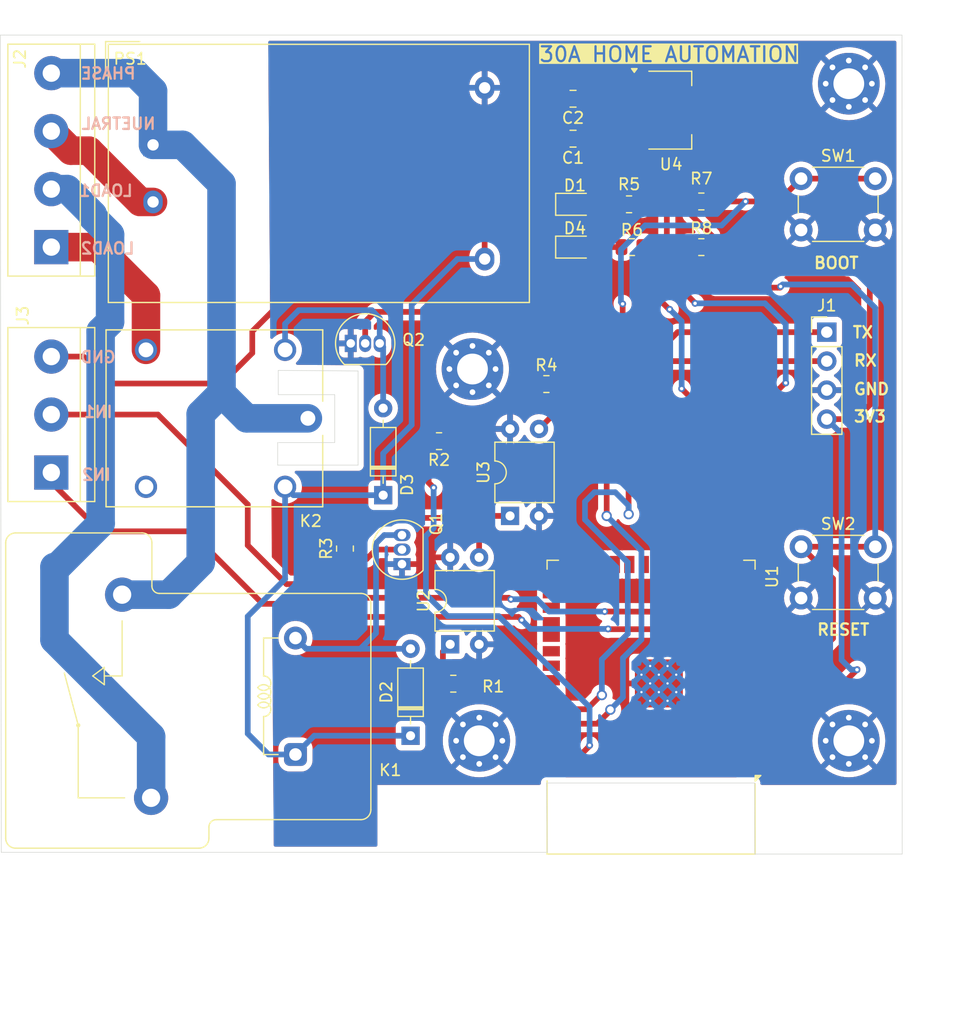
<source format=kicad_pcb>
(kicad_pcb (version 20241229) (generator "pcbnew") (generator_version "9.0")
  (layers (0 "F.Cu" signal) (2 "B.Cu" signal) (13 "F.Paste" user) (15 "B.Paste" user) (5 "F.SilkS" user "F.Silkscreen") (7 "B.SilkS" user "B.Silkscreen") (1 "F.Mask" user) (3 "B.Mask" user) (25 "Edge.Cuts" user))
  (net 0 "")
  (net 1 "GND")
  (net 2 "/5V")
  (net 3 "/3V3")
  (net 4 "Net-(D1-A)")
  (net 5 "Net-(D2-A)")
  (net 6 "Net-(D3-A)")
  (net 7 "Net-(D4-A)")
  (net 8 "/TXD")
  (net 9 "/RXD")
  (net 10 "/N")
  (net 11 "/L2")
  (net 12 "/L1")
  (net 13 "/P")
  (net 14 "/IN2")
  (net 15 "/IN1")
  (net 17 "Net-(Q1-B)")
  (net 18 "Net-(Q2-B)")
  (net 19 "/R1")
  (net 20 "Net-(R1-Pad1)")
  (net 21 "Net-(R2-Pad1)")
  (net 22 "/R2")
  (net 23 "Net-(R3-Pad2)")
  (net 24 "Net-(R4-Pad2)")
  (net 25 "/LED1")
  (net 26 "/LED2")
  (net 27 "/BOOT")
  (net 28 "/EN")
  (footprint "Resistor_SMD:R_0805_2012Metric" (layer "F.Cu") (at 159.6875 83.75625)
    (property "Reference" "R8")
    (property "Value" "10K")
  )
  (footprint "Resistor_SMD:R_0805_2012Metric" (layer "F.Cu") (at 153.35 80.00625 180)
    (property "Reference" "R5")
    (property "Value" "1K")
  )
  (footprint "RF_Module:ESP32-WROOM-32" (layer "F.Cu") (at 155.2825 121.07125 180)
    (property "Reference" "U1")
    (property "Value" "ESP32-WROOM-32")
  )
  (footprint "PR13-5V-450-1C:RELAY_PR13-5V-450-1C" (layer "F.Cu") (at 116.9875 98.75625 180)
    (property "Reference" "K2")
    (property "Value" "PR13-5V-450-1C")
  )
  (footprint "LED_SMD:LED_0805_2012Metric" (layer "F.Cu") (at 148.6 80.00625)
    (property "Reference" "D1")
    (property "Value" "LED")
  )
  (footprint "Connector_PinHeader_2.54mm:PinHeader_1x04_P2.54mm_Vertical" (layer "F.Cu") (at 170.6875 91.20625)
    (property "Reference" "J1")
    (property "Value" "Conn_01x04_Pin")
  )
  (footprint "Resistor_SMD:R_0805_2012Metric" (layer "F.Cu") (at 137.9375 122.00625)
    (property "Reference" "R1")
    (property "Value" "1K")
  )
  (footprint "Resistor_SMD:R_0805_2012Metric" (layer "F.Cu") (at 128.4375 110.16875 90)
    (property "Reference" "R3")
    (property "Value" "1K")
  )
  (footprint "Diode_THT:D_DO-35_SOD27_P7.62mm_Horizontal" (layer "F.Cu") (at 131.7875 105.49125 90)
    (property "Reference" "D3")
    (property "Value" "1N4148")
  )
  (footprint "Package_TO_SOT_THT:TO-92_Inline" (layer "F.Cu") (at 133.4375 111.52625 90)
    (property "Reference" "Q1")
    (property "Value" "S8050")
  )
  (footprint "Relay_THT:Relay_SPST_RAYEX-L90AS" (layer "F.Cu") (at 126.6375 123.10625 180)
    (property "Reference" "K1")
    (property "Value" "RAYEX-L90AS")
  )
  (footprint "Capacitor_SMD:C_0805_2012Metric" (layer "F.Cu") (at 148.4375 74.25625 180)
    (property "Reference" "C1")
    (property "Value" "10uF")
  )
  (footprint "Diode_THT:D_DO-35_SOD27_P7.62mm_Horizontal" (layer "F.Cu") (at 134.1875 126.56625 90)
    (property "Reference" "D2")
    (property "Value" "1N4148")
  )
  (footprint "Resistor_SMD:R_0805_2012Metric" (layer "F.Cu") (at 153.6 83.75625 180)
    (property "Reference" "R6")
    (property "Value" "1K")
  )
  (footprint "Converter_ACDC:Converter_ACDC_Hi-Link_HLK-PMxx" (layer "F.Cu") (at 111.6075 74.79875)
    (property "Reference" "PS1")
    (property "Value" "HLK-PM01")
  )
  (footprint "MountingHole:MountingHole_2.7mm_M2.5_Pad_Via" (layer "F.Cu") (at 139.619391 94.438141)
    (property "Reference" "H3" (hide yes))
    (property "Value" "MountingHole_Pad")
  )
  (footprint "Capacitor_SMD:C_0805_2012Metric" (layer "F.Cu") (at 148.4375 70.75625 180)
    (property "Reference" "C2")
    (property "Value" "22uF")
  )
  (footprint "LED_SMD:LED_0805_2012Metric" (layer "F.Cu") (at 148.6 83.75625)
    (property "Reference" "D4")
    (property "Value" "LED")
  )
  (footprint "Package_TO_SOT_THT:TO-92_Inline" (layer "F.Cu") (at 128.9425 92.19125)
    (property "Reference" "Q2")
    (property "Value" "S8050")
  )
  (footprint "Resistor_SMD:R_0805_2012Metric" (layer "F.Cu") (at 136.6875 100.75625 180)
    (property "Reference" "R2")
    (property "Value" "1K")
  )
  (footprint "Package_TO_SOT_SMD:SOT-223-3_TabPin2" (layer "F.Cu") (at 156.9375 71.75625)
    (property "Reference" "U4")
    (property "Value" "AMS1117-3.3")
  )
  (footprint "Package_DIP:DIP-4_W7.62mm" (layer "F.Cu") (at 137.6625 118.55625 90)
    (property "Reference" "U2")
    (property "Value" "PC817")
  )
  (footprint "TerminalBlock:TerminalBlock_bornier-4_P5.08mm" (layer "F.Cu") (at 102.6875 83.75625 90)
    (property "Reference" "J2")
    (property "Value" "Screw_Terminal_01x04")
  )
  (footprint "MountingHole:MountingHole_2.7mm_M2.5_Pad_Via" (layer "F.Cu") (at 140.2125 127.00625)
    (property "Reference" "H4" (hide yes))
    (property "Value" "MountingHole_Pad")
  )
  (footprint "Button_Switch_THT:SW_PUSH_6mm" (layer "F.Cu") (at 168.4375 110.00625)
    (property "Reference" "SW2")
    (property "Value" "SW_Push")
  )
  (footprint "Resistor_SMD:R_0805_2012Metric" (layer "F.Cu") (at 146.1 95.75625)
    (property "Reference" "R4")
    (property "Value" "1K")
  )
  (footprint "TerminalBlock:TerminalBlock_bornier-3_P5.08mm" (layer "F.Cu") (at 102.6875 103.50625 90)
    (property "Reference" "J3")
    (property "Value" "Screw_Terminal_01x03")
  )
  (footprint "MountingHole:MountingHole_2.7mm_M2.5_Pad_Via" (layer "F.Cu") (at 172.619391 69.438141)
    (property "Reference" "H1" (hide yes))
    (property "Value" "MountingHole_Pad")
  )
  (footprint "MountingHole:MountingHole_2.7mm_M2.5_Pad_Via" (layer "F.Cu") (at 172.619391 127.00625)
    (property "Reference" "H2" (hide yes))
    (property "Value" "MountingHole_Pad")
  )
  (footprint "Package_DIP:DIP-4_W7.62mm" (layer "F.Cu") (at 142.9125 107.30625 90)
    (property "Reference" "U3")
    (property "Value" "PC817")
  )
  (footprint "Button_Switch_THT:SW_PUSH_6mm" (layer "F.Cu") (at 168.4375 77.75625)
    (property "Reference" "SW1")
    (property "Value" "SW_Push")
  )
  (footprint "Resistor_SMD:R_0805_2012Metric" (layer "F.Cu") (at 159.6875 79.75625 180)
    (property "Reference" "R7")
    (property "Value" "10K")
  )
  (gr_line (start 177.2875 65.18125) (end 177.3 136.93125) (stroke (width 0.05)) (layer "Edge.Cuts"))
  (gr_line (start 98.3 136.78125) (end 98.2125 65.18125) (stroke (width 0.05)) (layer "Edge.Cuts"))
  (gr_line (start 164.375 136.93125) (end 164.3625 130.70625) (stroke (width 0.05)) (layer "Edge.Cuts"))
  (gr_line (start 127.5375 96.68125) (end 127.5375 100.88125) (stroke (width 0.05)) (layer "Edge.Cuts"))
  (gr_line (start 122.5375 100.88125) (end 122.5375 102.85625) (stroke (width 0.05)) (layer "Edge.Cuts"))
  (gr_line (start 129.5875 94.60625) (end 122.5875 94.55625) (stroke (width 0.05)) (layer "Edge.Cuts"))
  (gr_line (start 177.3 136.93125) (end 164.375 136.93125) (stroke (width 0.05)) (layer "Edge.Cuts"))
  (gr_line (start 146.1125 130.70625) (end 146.175 136.78125) (stroke (width 0.05)) (layer "Edge.Cuts"))
  (gr_line (start 122.5375 102.85625) (end 129.5875 102.85625) (stroke (width 0.05)) (layer "Edge.Cuts"))
  (gr_line (start 98.2125 65.18125) (end 98.5625 65.18125) (stroke (width 0.05)) (layer "Edge.Cuts"))
  (gr_line (start 122.5875 94.55625) (end 122.5875 96.68125) (stroke (width 0.05)) (layer "Edge.Cuts"))
  (gr_line (start 146.175 136.78125) (end 98.3 136.78125) (stroke (width 0.05)) (layer "Edge.Cuts"))
  (gr_line (start 98.5625 65.18125) (end 177.2875 65.18125) (stroke (width 0.05)) (layer "Edge.Cuts"))
  (gr_line (start 127.5375 100.88125) (end 122.5375 100.88125) (stroke (width 0.05)) (layer "Edge.Cuts"))
  (gr_line (start 164.3625 130.70625) (end 146.1125 130.70625) (stroke (width 0.05)) (layer "Edge.Cuts"))
  (gr_line (start 122.5875 96.68125) (end 127.5375 96.68125) (stroke (width 0.05)) (layer "Edge.Cuts"))
  (gr_line (start 129.5875 102.85625) (end 129.5875 94.60625) (stroke (width 0.05)) (layer "Edge.Cuts"))
  (gr_text "3V3" (at 172.9625 99.18125 0) (layer "F.SilkS") (effects (font (size 1 1) (thickness 0.2) (bold yes)) (justify left bottom)))
  (gr_text "GND" (at 172.9625 96.78125 0) (layer "F.SilkS") (effects (font (size 1 1) (thickness 0.2) (bold yes)) (justify left bottom)))
  (gr_text "RX" (at 172.9625 94.28125 0) (layer "F.SilkS") (effects (font (size 1 1) (thickness 0.2) (bold yes)) (justify left bottom)))
  (gr_text "30A HOME AUTOMATION" (at 145.3875 67.63125 0) (layer "F.SilkS" knockout) (effects (font (size 1.3 1.3) (thickness 0.2) (bold yes)) (justify left bottom)))
  (gr_text "TX" (at 172.8625 91.80625 0) (layer "F.SilkS") (effects (font (size 1 1) (thickness 0.2) (bold yes)) (justify left bottom)))
  (gr_text "BOOT" (at 169.4625 85.73125 0) (layer "F.SilkS") (effects (font (size 1 1) (thickness 0.2) (bold yes)) (justify left bottom)))
  (gr_text "RESET" (at 169.7375 117.85625 0) (layer "F.SilkS") (effects (font (size 1 1) (thickness 0.2) (bold yes)) (justify left bottom)))
  (gr_text "IN2" (at 108.0125 104.28125 -0) (layer "B.SilkS") (effects (font (size 1 1) (thickness 0.2) (bold yes)) (justify left bottom mirror)))
  (gr_text "PHASE" (at 110.1875 69.13125 -0) (layer "B.SilkS") (effects (font (size 1 1) (thickness 0.2) (bold yes)) (justify left bottom mirror)))
  (gr_text "LOAD2" (at 110.0875 84.45625 -0) (layer "B.SilkS") (effects (font (size 1 1) (thickness 0.2) (bold yes)) (justify left bottom mirror)))
  (gr_text "IN1" (at 108.1625 98.78125 -0) (layer "B.SilkS") (effects (font (size 1 1) (thickness 0.2) (bold yes)) (justify left bottom mirror)))
  (gr_text "GND" (at 108.4375 93.98125 -0) (layer "B.SilkS") (effects (font (size 1 1) (thickness 0.2) (bold yes)) (justify left bottom mirror)))
  (gr_text "NUETRAL" (at 111.9375 73.53125 -0) (layer "B.SilkS") (effects (font (size 1 1) (thickness 0.2) (bold yes)) (justify left bottom mirror)))
  (gr_text "LOAD1" (at 109.9375 79.40625 -0) (layer "B.SilkS") (effects (font (size 1 1) (thickness 0.2) (bold yes)) (justify left bottom mirror)))
  (segment (start 120.3125 91.13125) (end 122.3875 89.05625) (width 0.5) (layer "F.Cu") (net 1))
  (segment (start 117.6375 95.70625) (end 120.3125 93.03125) (width 0.5) (layer "F.Cu") (net 1))
  (segment (start 120.3125 93.03125) (end 120.3125 91.13125) (width 0.5) (layer "F.Cu") (net 1))
  (segment (start 102.6875 93.34625) (end 105.5025 93.34625) (width 0.5) (layer "F.Cu") (net 1))
  (segment (start 105.5025 93.34625) (end 107.8625 95.70625) (width 0.5) (layer "F.Cu") (net 1))
  (segment (start 128.9425 90.61125) (end 128.9425 92.19125) (width 0.5) (layer "F.Cu") (net 1))
  (segment (start 127.3875 89.05625) (end 128.9425 90.61125) (width 0.5) (layer "F.Cu") (net 1))
  (segment (start 122.3875 89.05625) (end 127.3875 89.05625) (width 0.5) (layer "F.Cu") (net 1))
  (segment (start 107.8625 95.70625) (end 117.6375 95.70625) (width 0.5) (layer "F.Cu") (net 1))
  (segment (start 149.5875 74.05625) (end 149.3875 74.25625) (width 0.5) (layer "F.Cu") (net 2))
  (segment (start 149.3875 76.05625) (end 149.3875 74.25625) (width 0.5) (layer "F.Cu") (net 2))
  (segment (start 142.8125 77.53125) (end 147.9125 77.53125) (width 0.5) (layer "F.Cu") (net 2))
  (segment (start 153.7875 74.05625) (end 149.5875 74.05625) (width 0.5) (layer "F.Cu") (net 2))
  (segment (start 147.9125 77.53125) (end 149.3875 76.05625) (width 0.5) (layer "F.Cu") (net 2))
  (segment (start 140.6875 79.65625) (end 142.8125 77.53125) (width 0.5) (layer "F.Cu") (net 2))
  (segment (start 140.6875 84.79875) (end 140.6875 79.65625) (width 0.5) (layer "F.Cu") (net 2))
  (segment (start 138.295 84.79875) (end 140.6875 84.79875) (width 0.5) (layer "B.Cu") (net 2))
  (segment (start 134.1875 126.56625) (end 125.7375 126.56625) (width 0.5) (layer "B.Cu") (net 2))
  (segment (start 119.9125 116.10625) (end 119.9125 126.38125) (width 0.5) (layer "B.Cu") (net 2))
  (segment (start 134.2875 88.80625) (end 138.295 84.79875) (width 0.5) (layer "B.Cu") (net 2))
  (segment (start 125.7375 126.56625) (end 124.0975 128.20625) (width 0.5) (layer "B.Cu") (net 2))
  (segment (start 121.7375 128.20625) (end 124.0975 128.20625) (width 0.5) (layer "B.Cu") (net 2))
  (segment (start 123.1875 112.83125) (end 119.9125 116.10625) (width 0.5) (layer "B.Cu") (net 2))
  (segment (start 131.7875 105.49125) (end 131.7875 101.83125) (width 0.5) (layer "B.Cu") (net 2))
  (segment (start 123.9225 105.49125) (end 123.1875 104.75625) (width 0.5) (layer "B.Cu") (net 2))
  (segment (start 123.1875 104.75625) (end 123.1875 112.83125) (width 0.5) (layer "B.Cu") (net 2))
  (segment (start 119.9125 126.38125) (end 121.7375 128.20625) (width 0.5) (layer "B.Cu") (net 2))
  (segment (start 131.7875 101.83125) (end 134.2875 99.33125) (width 0.5) (layer "B.Cu") (net 2))
  (segment (start 134.2875 99.33125) (end 134.2875 88.80625) (width 0.5) (layer "B.Cu") (net 2))
  (segment (start 131.7875 105.49125) (end 123.9225 105.49125) (width 0.5) (layer "B.Cu") (net 2))
  (segment (start 173.2175 98.82625) (end 174.4625 97.58125) (width 0.5) (layer "F.Cu") (net 3))
  (segment (start 172.4625 85.53125) (end 162.9375 85.53125) (width 0.5) (layer "F.Cu") (net 3))
  (segment (start 164.0325 128.05125) (end 167.4175 128.05125) (width 0.5) (layer "F.Cu") (net 3))
  (segment (start 174.4625 87.10625) (end 172.9375 85.58125) (width 0.5) (layer "F.Cu") (net 3))
  (segment (start 161.1625 83.75625) (end 160.6 83.75625) (width 0.5) (layer "F.Cu") (net 3))
  (segment (start 172.9375 85.58125) (end 172.5125 85.58125) (width 0.5) (layer "F.Cu") (net 3))
  (segment (start 158.775 79.75625) (end 158.775 73.06875) (width 0.5) (layer "F.Cu") (net 3))
  (segment (start 153.7875 71.75625) (end 157.4625 71.75625) (width 0.5) (layer "F.Cu") (net 3))
  (segment (start 174.4625 97.58125) (end 174.4625 87.10625) (width 0.5) (layer "F.Cu") (net 3))
  (segment (start 160.6 82.74375) (end 158.775 80.91875) (width 0.5) (layer "F.Cu") (net 3))
  (segment (start 160.6 83.75625) (end 160.6 82.74375) (width 0.5) (layer "F.Cu") (net 3))
  (segment (start 150.3875 71.75625) (end 149.3875 70.75625) (width 0.5) (layer "F.Cu") (net 3))
  (segment (start 170.0875 122.80625) (end 171.3125 122.80625) (width 0.5) (layer "F.Cu") (net 3))
  (segment (start 158.775 73.06875) (end 160.0875 71.75625) (width 0.5) (layer "F.Cu") (net 3))
  (segment (start 162.9375 85.53125) (end 161.1625 83.75625) (width 0.5) (layer "F.Cu") (net 3))
  (segment (start 158.775 80.91875) (end 158.775 79.75625) (width 0.5) (layer "F.Cu") (net 3))
  (segment (start 168.3125 127.15625) (end 168.3125 124.58125) (width 0.5) (layer "F.Cu") (net 3))
  (segment (start 167.4175 128.05125) (end 168.3125 127.15625) (width 0.5) (layer "F.Cu") (net 3))
  (segment (start 170.6875 98.82625) (end 173.2175 98.82625) (width 0.5) (layer "F.Cu") (net 3))
  (segment (start 157.4625 71.75625) (end 158.775 73.06875) (width 0.5) (layer "F.Cu") (net 3))
  (segment (start 173.3375 120.78125) (end 173.3875 120.73125) (width 0.5) (layer "F.Cu") (net 3))
  (segment (start 172.5125 85.58125) (end 172.4625 85.53125) (width 0.5) (layer "F.Cu") (net 3))
  (segment (start 171.3125 122.80625) (end 173.3375 120.78125) (width 0.5) (layer "F.Cu") (net 3))
  (segment (start 153.7875 71.75625) (end 150.3875 71.75625) (width 0.5) (layer "F.Cu") (net 3))
  (segment (start 168.3125 124.58125) (end 170.0875 122.80625) (width 0.5) (layer "F.Cu") (net 3))
  (via (at 173.3375 120.78125) (size 0.6) (drill 0.3) (layers "F.Cu" "B.Cu") (net 3))
  (segment (start 171.9875 100.12625) (end 170.6875 98.82625) (width 0.5) (layer "B.Cu") (net 3))
  (segment (start 173.3375 120.78125) (end 172.8375 120.78125) (width 0.5) (layer "B.Cu") (net 3))
  (segment (start 171.9875 119.93125) (end 171.9875 100.12625) (width 0.5) (layer "B.Cu") (net 3))
  (segment (start 172.8375 120.78125) (end 171.9875 119.93125) (width 0.5) (layer "B.Cu") (net 3))
  (segment (start 152.4375 80.00625) (end 149.5375 80.00625) (width 0.5) (layer "F.Cu") (net 4))
  (segment (start 133.4375 108.98625) (end 131.8825 108.98625) (width 0.5) (layer "B.Cu") (net 5))
  (segment (start 125.0375 118.94625) (end 124.0975 118.00625) (width 0.5) (layer "B.Cu") (net 5))
  (segment (start 131.8825 108.98625) (end 131.1625 109.70625) (width 0.5) (layer "B.Cu") (net 5))
  (segment (start 131.1625 117.57125) (end 129.7875 118.94625) (width 0.5) (layer "B.Cu") (net 5))
  (segment (start 131.1625 109.70625) (end 131.1625 117.57125) (width 0.5) (layer "B.Cu") (net 5))
  (segment (start 129.7875 118.94625) (end 125.0375 118.94625) (width 0.5) (layer "B.Cu") (net 5))
  (segment (start 134.1875 118.94625) (end 129.7875 118.94625) (width 0.5) (layer "B.Cu") (net 5))
  (segment (start 124.3875 89.28125) (end 130.7875 89.28125) (width 0.5) (layer "B.Cu") (net 6))
  (segment (start 123.1875 90.48125) (end 124.3875 89.28125) (width 0.5) (layer "B.Cu") (net 6))
  (segment (start 131.4875 89.98125) (end 131.4825 89.98625) (width 0.5) (layer "B.Cu") (net 6))
  (segment (start 123.1875 92.75625) (end 123.1875 90.48125) (width 0.5) (layer "B.Cu") (net 6))
  (segment (start 130.7875 89.28125) (end 131.4875 89.98125) (width 0.5) (layer "B.Cu") (net 6))
  (segment (start 131.7875 92.49625) (end 131.4825 92.19125) (width 0.5) (layer "B.Cu") (net 6))
  (segment (start 131.4825 89.98625) (end 131.4825 92.19125) (width 0.5) (layer "B.Cu") (net 6))
  (segment (start 131.7875 97.87125) (end 131.7875 92.49625) (width 0.5) (layer "B.Cu") (net 6))
  (segment (start 152.6875 83.75625) (end 149.5375 83.75625) (width 0.5) (layer "F.Cu") (net 7))
  (segment (start 152.7875 96.03125) (end 151.3875 97.43125) (width 0.5) (layer "F.Cu") (net 8))
  (segment (start 170.6875 91.20625) (end 157.6125 91.20625) (width 0.5) (layer "F.Cu") (net 8))
  (segment (start 150.5575 125.51125) (end 151.8375 124.23125) (width 0.5) (layer "F.Cu") (net 8))
  (segment (start 157.6125 91.20625) (end 152.7875 96.03125) (width 0.5) (layer "F.Cu") (net 8))
  (segment (start 146.5325 125.51125) (end 150.5575 125.51125) (width 0.5) (layer "F.Cu") (net 8))
  (segment (start 151.3875 97.43125) (end 151.3875 107.30625) (width 0.5) (layer "F.Cu") (net 8))
  (via (at 151.3875 107.30625) (size 0.9) (drill 0.6) (layers "F.Cu" "B.Cu") (net 8))
  (via (at 151.7125 124.28125) (size 0.9) (drill 0.6) (layers "F.Cu" "B.Cu") (net 8))
  (segment (start 154.4375 118.13125) (end 154.4375 110.35625) (width 0.5) (layer "B.Cu") (net 8))
  (segment (start 152.8125 123.18125) (end 152.8125 119.75625) (width 0.5) (layer "B.Cu") (net 8))
  (segment (start 151.7125 124.28125) (end 152.8125 123.18125) (width 0.5) (layer "B.Cu") (net 8))
  (segment (start 154.4375 110.35625) (end 151.3875 107.30625) (width 0.5) (layer "B.Cu") (net 8))
  (segment (start 152.8125 119.75625) (end 154.4375 118.13125) (width 0.5) (layer "B.Cu") (net 8))
  (segment (start 153.2875 97.38125) (end 153.3125 107.15625) (width 0.5) (layer "F.Cu") (net 9))
  (segment (start 146.5325 124.24125) (end 149.6525 124.24125) (width 0.5) (layer "F.Cu") (net 9))
  (segment (start 153.3125 107.15625) (end 153.2875 107.10625) (width 0.5) (layer "F.Cu") (net 9))
  (segment (start 149.6525 124.24125) (end 150.9625 122.93125) (width 0.5) (layer "F.Cu") (net 9))
  (segment (start 154.1125 96.55625) (end 153.2875 97.38125) (width 0.5) (layer "F.Cu") (net 9))
  (segment (start 170.6875 93.74625) (end 156.9225 93.74625) (width 0.5) (layer "F.Cu") (net 9))
  (segment (start 156.9225 93.74625) (end 154.1125 96.55625) (width 0.5) (layer "F.Cu") (net 9))
  (via (at 150.9625 123.00625) (size 0.9) (drill 0.6) (layers "F.Cu" "B.Cu") (net 9))
  (via (at 153.3125 107.15625) (size 0.9) (drill 0.6) (layers "F.Cu" "B.Cu") (net 9))
  (segment (start 153.2375 117.63125) (end 153.2375 111.38125) (width 0.5) (layer "B.Cu") (net 9))
  (segment (start 150.9625 123.00625) (end 150.9625 119.88125) (width 0.5) (layer "B.Cu") (net 9))
  (segment (start 152.1375 105.23125) (end 153.3125 106.40625) (width 0.5) (layer "B.Cu") (net 9))
  (segment (start 153.2375 111.38125) (end 149.4875 107.63125) (width 0.5) (layer "B.Cu") (net 9))
  (segment (start 149.4875 106.05625) (end 150.3125 105.23125) (width 0.5) (layer "B.Cu") (net 9))
  (segment (start 152.6375 118.20625) (end 152.6625 118.20625) (width 0.5) (layer "B.Cu") (net 9))
  (segment (start 149.4875 107.63125) (end 149.4875 106.05625) (width 0.5) (layer "B.Cu") (net 9))
  (segment (start 150.9625 119.88125) (end 152.6375 118.20625) (width 0.5) (layer "B.Cu") (net 9))
  (segment (start 150.3125 105.23125) (end 152.1375 105.23125) (width 0.5) (layer "B.Cu") (net 9))
  (segment (start 152.6625 118.20625) (end 153.2375 117.63125) (width 0.5) (layer "B.Cu") (net 9))
  (segment (start 153.3125 106.40625) (end 153.3125 107.15625) (width 0.5) (layer "B.Cu") (net 9))
  (segment (start 111.6075 79.79875) (end 110.48 79.79875) (width 2.5) (layer "F.Cu") (net 10))
  (segment (start 105.9875 75.30625) (end 104.3975 75.30625) (width 2.5) (layer "F.Cu") (net 10))
  (segment (start 110.48 79.79875) (end 105.9875 75.30625) (width 2.5) (layer "F.Cu") (net 10))
  (segment (start 104.3975 75.30625) (end 102.6875 73.59625) (width 2.5) (layer "F.Cu") (net 10))
  (segment (start 110.9875 87.98125) (end 106.7625 83.75625) (width 2.5) (layer "F.Cu") (net 11))
  (segment (start 110.9875 92.75625) (end 110.9875 87.98125) (width 2.5) (layer "F.Cu") (net 11))
  (segment (start 106.7625 83.75625) (end 102.6875 83.75625) (width 2.5) (layer "F.Cu") (net 11))
  (segment (start 102.9625 118.15625) (end 111.4375 126.63125) (width 2.5) (layer "B.Cu") (net 12))
  (segment (start 107.0125 91.13125) (end 107.0125 107.98125) (width 2.5) (layer "B.Cu") (net 12))
  (segment (start 107.8375 82.65625) (end 107.8375 90.30625) (width 2.5) (layer "B.Cu") (net 12))
  (segment (start 104.089124 78.67625) (end 105.915812 80.502938) (width 2.5) (layer "B.Cu") (net 12))
  (segment (start 105.915812 80.502938) (end 106.33 80.917127) (width 2.5) (layer "B.Cu") (net 12))
  (segment (start 111.4375 126.63125) (end 111.4375 132.00625) (width 2.5) (layer "B.Cu") (net 12))
  (segment (start 106.33 80.917127) (end 106.33 81.14875) (width 2.5) (layer "B.Cu") (net 12))
  (segment (start 107.0125 107.98125) (end 103.2125 111.78125) (width 2.5) (layer "B.Cu") (net 12))
  (segment (start 102.9625 111.78125) (end 102.9625 118.15625) (width 2.5) (layer "B.Cu") (net 12))
  (segment (start 103.2125 111.78125) (end 102.9625 111.78125) (width 2.5) (layer "B.Cu") (net 12))
  (segment (start 102.6875 78.67625) (end 104.089124 78.67625) (width 2.5) (layer "B.Cu") (net 12))
  (segment (start 107.8375 90.30625) (end 107.0125 91.13125) (width 2.5) (layer "B.Cu") (net 12))
  (segment (start 106.33 81.14875) (end 107.8375 82.65625) (width 2.5) (layer "B.Cu") (net 12))
  (segment (start 125.1875 98.75625) (end 119.8125 98.75625) (width 2.5) (layer "B.Cu") (net 13))
  (segment (start 117.6125 96.55625) (end 117.6125 78.20625) (width 2.5) (layer "B.Cu") (net 13))
  (segment (start 115.7875 98.38125) (end 117.6125 96.55625) (width 2.5) (layer "B.Cu") (net 13))
  (segment (start 114.205 74.79875) (end 111.6075 74.79875) (width 2.5) (layer "B.Cu") (net 13))
  (segment (start 115.7875 111.40625) (end 115.7875 98.38125) (width 2.5) (layer "B.Cu") (net 13))
  (segment (start 110.0475 68.51625) (end 111.6075 70.07625) (width 2.5) (layer "B.Cu") (net 13))
  (segment (start 119.8125 98.75625) (end 117.6125 96.55625) (width 2.5) (layer "B.Cu") (net 13))
  (segment (start 117.6125 78.20625) (end 114.205 74.79875) (width 2.5) (layer "B.Cu") (net 13))
  (segment (start 112.9875 114.20625) (end 115.7875 111.40625) (width 2.5) (layer "B.Cu") (net 13))
  (segment (start 102.6875 68.51625) (end 110.0475 68.51625) (width 2.5) (layer "B.Cu") (net 13))
  (segment (start 108.8975 114.20625) (end 112.9875 114.20625) (width 2.5) (layer "B.Cu") (net 13))
  (segment (start 111.6075 70.07625) (end 111.6075 74.79875) (width 2.5) (layer "B.Cu") (net 13))
  (segment (start 161.2625 118.88125) (end 158.0875 115.70625) (width 0.5) (layer "F.Cu") (net 14))
  (segment (start 163.0575 121.70125) (end 161.2625 119.90625) (width 0.5) (layer "F.Cu") (net 14))
  (segment (start 142.8125 114.48125) (end 142.9375 114.60625) (width 0.5) (layer "F.Cu") (net 14))
  (segment (start 164.0325 121.70125) (end 163.0575 121.70125) (width 0.5) (layer "F.Cu") (net 14))
  (segment (start 102.6875 98.42625) (end 112.0325 98.42625) (width 0.5) (layer "F.Cu") (net 14))
  (segment (start 123.3125 113.28125) (end 126.9125 113.28125) (width 0.5) (layer "F.Cu") (net 14))
  (segment (start 142.9875 114.65625) (end 142.9125 114.58125) (width 0.5) (layer "F.Cu") (net 14))
  (segment (start 127.6125 113.28125) (end 128.8125 114.48125) (width 0.5) (layer "F.Cu") (net 14))
  (segment (start 142.9375 114.60625) (end 142.9875 114.60625) (width 0.5) (layer "F.Cu") (net 14))
  (segment (start 142.9875 114.60625) (end 142.9875 114.65625) (width 0.5) (layer "F.Cu") (net 14))
  (segment (start 161.2625 119.90625) (end 161.2625 118.88125) (width 0.5) (layer "F.Cu") (net 14))
  (segment (start 119.9125 109.88125) (end 123.3125 113.28125) (width 0.5) (layer "F.Cu") (net 14))
  (segment (start 128.8125 114.48125) (end 142.8125 114.48125) (width 0.5) (layer "F.Cu") (net 14))
  (segment (start 112.0325 98.42625) (end 119.9125 106.30625) (width 0.5) (layer "F.Cu") (net 14))
  (segment (start 158.0875 115.70625) (end 151.2125 115.68125) (width 0.5) (layer "F.Cu") (net 14))
  (segment (start 119.9125 106.30625) (end 119.9125 109.88125) (width 0.5) (layer "F.Cu") (net 14))
  (segment (start 126.9125 113.28125) (end 127.6125 113.28125) (width 0.5) (layer "F.Cu") (net 14))
  (segment (start 151.2125 115.68125) (end 151.1875 115.70625) (width 0.5) (layer "F.Cu") (net 14))
  (via (at 151.2125 115.68125) (size 0.6) (drill 0.3) (layers "F.Cu" "B.Cu") (net 14))
  (via (at 142.9875 114.60625) (size 0.6) (drill 0.3) (layers "F.Cu" "B.Cu") (net 14))
  (segment (start 145.2125 114.60625) (end 142.9875 114.60625) (width 0.5) (layer "B.Cu") (net 14))
  (segment (start 145.2375 114.58125) (end 145.2125 114.60625) (width 0.5) (layer "B.Cu") (net 14))
  (segment (start 146.3375 115.68125) (end 145.2375 114.58125) (width 0.5) (layer "B.Cu") (net 14))
  (segment (start 151.2125 115.68125) (end 146.3375 115.68125) (width 0.5) (layer "B.Cu") (net 14))
  (segment (start 161.6275 122.97125) (end 159.9875 121.33125) (width 0.5) (layer "F.Cu") (net 15))
  (segment (start 143.9375 116.43125) (end 143.6625 116.15625) (width 0.5) (layer "F.Cu") (net 15))
  (segment (start 159.9875 121.33125) (end 159.9875 119.88125) (width 0.5) (layer "F.Cu") (net 15))
  (segment (start 151.5375 117.23125) (end 151.5125 117.20625) (width 0.5) (layer "F.Cu") (net 15))
  (segment (start 121.2125 115.00625) (end 114.8625 108.65625) (width 0.5) (layer "F.Cu") (net 15))
  (segment (start 114.8625 108.65625) (end 106.9875 108.65625) (width 0.5) (layer "F.Cu") (net 15))
  (segment (start 127.5875 116.15625) (end 126.4375 115.00625) (width 0.5) (layer "F.Cu") (net 15))
  (segment (start 151.5125 117.20625) (end 151.4875 117.23125) (width 0.5) (layer "F.Cu") (net 15))
  (segment (start 126.4375 115.00625) (end 121.2125 115.00625) (width 0.5) (layer "F.Cu") (net 15))
  (segment (start 159.9875 119.88125) (end 157.3375 117.23125) (width 0.5) (layer "F.Cu") (net 15))
  (segment (start 106.9875 108.65625) (end 102.6875 104.35625) (width 0.5) (layer "F.Cu") (net 15))
  (segment (start 143.6625 116.15625) (end 127.5875 116.15625) (width 0.5) (layer "F.Cu") (net 15))
  (segment (start 151.4875 117.23125) (end 151.4625 117.23125) (width 0.5) (layer "F.Cu") (net 15))
  (segment (start 157.3375 117.23125) (end 151.5375 117.23125) (width 0.5) (layer "F.Cu") (net 15))
  (segment (start 102.6875 104.35625) (end 102.6875 103.50625) (width 0.5) (layer "F.Cu") (net 15))
  (segment (start 164.0325 122.97125) (end 161.6275 122.97125) (width 0.5) (layer "F.Cu") (net 15))
  (via (at 143.9375 116.43125) (size 0.6) (drill 0.3) (layers "F.Cu" "B.Cu") (net 15))
  (via (at 151.5125 117.20625) (size 0.6) (drill 0.3) (layers "F.Cu" "B.Cu") (net 15))
  (segment (start 144.7125 117.20625) (end 151.5125 117.20625) (width 0.5) (layer "B.Cu") (net 15))
  (segment (start 143.9375 116.43125) (end 144.7125 117.20625) (width 0.5) (layer "B.Cu") (net 15))
  (segment (start 130.3375 111.08125) (end 128.4375 111.08125) (width 0.5) (layer "F.Cu") (net 17))
  (segment (start 133.4375 110.25625) (end 131.1625 110.25625) (width 0.5) (layer "F.Cu") (net 17))
  (segment (start 131.1625 110.25625) (end 130.3375 111.08125) (width 0.5) (layer "F.Cu") (net 17))
  (segment (start 131.0625 89.43125) (end 130.1875 90.30625) (width 0.5) (layer "F.Cu") (net 18))
  (segment (start 143.0125 89.43125) (end 131.0625 89.43125) (width 0.5) (layer "F.Cu") (net 18))
  (segment (start 130.2125 90.33125) (end 130.2125 92.19125) (width 0.5) (layer "F.Cu") (net 18))
  (segment (start 145.1875 91.60625) (end 143.0125 89.43125) (width 0.5) (layer "F.Cu") (net 18))
  (segment (start 130.1875 90.30625) (end 130.2125 90.33125) (width 0.5) (layer "F.Cu") (net 18))
  (segment (start 145.1875 95.75625) (end 145.1875 91.60625) (width 0.5) (layer "F.Cu") (net 18))
  (segment (start 146.5325 126.78125) (end 145.4625 126.78125) (width 0.5) (layer "F.Cu") (net 19))
  (segment (start 143.9875 125.30625) (end 143.9875 123.70625) (width 0.5) (layer "F.Cu") (net 19))
  (segment (start 143.9875 123.70625) (end 142.2875 122.00625) (width 0.5) (layer "F.Cu") (net 19))
  (segment (start 142.2875 122.00625) (end 138.85 122.00625) (width 0.5) (layer "F.Cu") (net 19))
  (segment (start 145.4625 126.78125) (end 143.9875 125.30625) (width 0.5) (layer "F.Cu") (net 19))
  (segment (start 137.025 122.00625) (end 137.025 119.19375) (width 0.5) (layer "F.Cu") (net 20))
  (segment (start 137.025 119.19375) (end 137.6625 118.55625) (width 0.5) (layer "F.Cu") (net 20))
  (segment (start 137.6 103.76875) (end 137.6 100.75625) (width 0.5) (layer "F.Cu") (net 21))
  (segment (start 141.1375 107.30625) (end 137.6 103.76875) (width 0.5) (layer "F.Cu") (net 21))
  (segment (start 142.9125 107.30625) (end 141.1375 107.30625) (width 0.5) (layer "F.Cu") (net 21))
  (segment (start 135.775 100.75625) (end 135.775 104.39375) (width 0.5) (layer "F.Cu") (net 22))
  (segment (start 149.9375 127.40625) (end 149.8625 127.48125) (width 0.5) (layer "F.Cu") (net 22))
  (segment (start 149.8875 127.45625) (end 149.8875 127.40625) (width 0.5) (layer "F.Cu") (net 22))
  (segment (start 149.8875 127.40625) (end 149.9375 127.40625) (width 0.5) (layer "F.Cu") (net 22))
  (segment (start 135.775 104.39375) (end 136.2125 104.83125) (width 0.5) (layer "F.Cu") (net 22))
  (segment (start 149.2925 128.05125) (end 149.8875 127.45625) (width 0.5) (layer "F.Cu") (net 22))
  (segment (start 146.5325 128.05125) (end 149.2925 128.05125) (width 0.5) (layer "F.Cu") (net 22))
  (via (at 149.8875 127.40625) (size 0.6) (drill 0.3) (layers "F.Cu" "B.Cu") (net 22))
  (via (at 136.2125 104.83125) (size 0.6) (drill 0.3) (layers "F.Cu" "B.Cu") (net 22))
  (segment (start 135.5375 109.55625) (end 135.5375 114.18125) (width 0.5) (layer "B.Cu") (net 22))
  (segment (start 137.4375 116.08125) (end 141.9125 116.08125) (width 0.5) (layer "B.Cu") (net 22))
  (segment (start 136.2125 108.38125) (end 135.5125 109.08125) (width 0.5) (layer "B.Cu") (net 22))
  (segment (start 135.5125 109.53125) (end 135.5375 109.55625) (width 0.5) (layer "B.Cu") (net 22))
  (segment (start 141.9125 116.08125) (end 149.8875 124.05625) (width 0.5) (layer "B.Cu") (net 22))
  (segment (start 135.5375 114.18125) (end 137.4375 116.08125) (width 0.5) (layer "B.Cu") (net 22))
  (segment (start 149.8875 124.05625) (end 149.8875 127.40625) (width 0.5) (layer "B.Cu") (net 22))
  (segment (start 135.5125 109.08125) (end 135.5125 109.53125) (width 0.5) (layer "B.Cu") (net 22))
  (segment (start 136.2125 104.83125) (end 136.2125 108.38125) (width 0.5) (layer "B.Cu") (net 22))
  (segment (start 131.3125 107.48125) (end 129.5375 109.25625) (width 0.5) (layer "F.Cu") (net 23))
  (segment (start 129.5375 109.25625) (end 128.4375 109.25625) (width 0.5) (layer "F.Cu") (net 23))
  (segment (start 140.2025 110.93625) (end 140.2025 108.97125) (width 0.5) (layer "F.Cu") (net 23))
  (segment (start 138.7125 107.48125) (end 131.3125 107.48125) (width 0.5) (layer "F.Cu") (net 23))
  (segment (start 140.2025 108.97125) (end 138.7125 107.48125) (width 0.5) (layer "F.Cu") (net 23))
  (segment (start 145.4525 99.68625) (end 147.0125 98.12625) (width 0.5) (layer "F.Cu") (net 24))
  (segment (start 147.0125 98.12625) (end 147.0125 95.75625) (width 0.5) (layer "F.Cu") (net 24))
  (segment (start 167.0375 95.65625) (end 167.0875 95.65625) (width 0.5) (layer "F.Cu") (net 25))
  (segment (start 154.2625 80.00625) (end 156.2875 80.00625) (width 0.5) (layer "F.Cu") (net 25))
  (segment (start 156.6625 80.38125) (end 156.6625 86.18125) (width 0.5) (layer "F.Cu") (net 25))
  (segment (start 167.0875 95.60625) (end 167.0625 95.63125) (width 0.5) (layer "F.Cu") (net 25))
  (segment (start 156.6625 86.18125) (end 159.1375 88.65625) (width 0.5) (layer "F.Cu") (net 25))
  (segment (start 156.2875 80.00625) (end 156.6625 80.38125) (width 0.5) (layer "F.Cu") (net 25))
  (segment (start 164.0325 112.81125) (end 164.0325 98.66125) (width 0.5) (layer "F.Cu") (net 25))
  (segment (start 159.1375 88.65625) (end 159.1375 88.68125) (width 0.5) (layer "F.Cu") (net 25))
  (segment (start 159.1625 88.68125) (end 159.1125 88.63125) (width 0.5) (layer "F.Cu") (net 25))
  (segment (start 159.1375 88.68125) (end 159.1625 88.68125) (width 0.5) (layer "F.Cu") (net 25))
  (segment (start 164.0325 98.66125) (end 167.0375 95.65625) (width 0.5) (layer "F.Cu") (net 25))
  (segment (start 167.0875 95.65625) (end 167.0875 95.60625) (width 0.5) (layer "F.Cu") (net 25))
  (via (at 159.1375 88.68125) (size 0.6) (drill 0.3) (layers "F.Cu" "B.Cu") (net 25))
  (via (at 167.0875 95.65625) (size 0.6) (drill 0.3) (layers "F.Cu" "B.Cu") (net 25))
  (segment (start 167.0875 95.65625) (end 167.0875 90.50625) (width 0.5) (layer "B.Cu") (net 25))
  (segment (start 167.0875 90.50625) (end 165.2625 88.68125) (width 0.5) (layer "B.Cu") (net 25))
  (segment (start 165.2625 88.68125) (end 159.1375 88.68125) (width 0.5) (layer "B.Cu") (net 25))
  (segment (start 159.7225 97.91625) (end 157.9625 96.15625) (width 0.5) (layer "F.Cu") (net 26))
  (segment (start 154.5125 86.85625) (end 156.8625 89.20625) (width 0.5) (layer "F.Cu") (net 26))
  (segment (start 156.9125 89.20625) (end 156.9125 89.25625) (width 0.5) (layer "F.Cu") (net 26))
  (segment (start 156.9125 89.25625) (end 156.8375 89.18125) (width 0.5) (layer "F.Cu") (net 26))
  (segment (start 156.8625 89.20625) (end 156.9125 89.20625) (width 0.5) (layer "F.Cu") (net 26))
  (segment (start 159.7225 111.56125) (end 159.7225 97.91625) (width 0.5) (layer "F.Cu") (net 26))
  (segment (start 154.5125 83.75625) (end 154.5125 86.85625) (width 0.5) (layer "F.Cu") (net 26))
  (via (at 156.9125 89.20625) (size 0.6) (drill 0.3) (layers "F.Cu" "B.Cu") (net 26))
  (via (at 157.9625 96.15625) (size 0.6) (drill 0.3) (layers "F.Cu" "B.Cu") (net 26))
  (segment (start 157.9625 96.15625) (end 157.9625 90.25625) (width 0.5) (layer "B.Cu") (net 26))
  (segment (start 157.9625 90.25625) (end 156.9125 89.20625) (width 0.5) (layer "B.Cu") (net 26))
  (segment (start 152.7875 93.85625) (end 152.7875 88.73125) (width 0.5) (layer "F.Cu") (net 27))
  (segment (start 146.5325 110.11125) (end 147.9375 108.70625) (width 0.5) (layer "F.Cu") (net 27))
  (segment (start 166.4375 79.75625) (end 168.4375 77.75625) (width 0.5) (layer "F.Cu") (net 27))
  (segment (start 147.9375 108.70625) (end 147.9375 98.70625) (width 0.5) (layer "F.Cu") (net 27))
  (segment (start 146.5325 112.81125) (end 146.5325 110.11125) (width 0.5) (layer "F.Cu") (net 27))
  (segment (start 147.9375 98.70625) (end 151.8625 94.78125) (width 0.5) (layer "F.Cu") (net 27))
  (segment (start 160.6 79.75625) (end 163.5625 79.75625) (width 0.5) (layer "F.Cu") (net 27))
  (segment (start 152.7875 88.73125) (end 152.7875 88.78125) (width 0.5) (layer "F.Cu") (net 27))
  (segment (start 174.9375 77.75625) (end 168.4375 77.75625) (width 0.5) (layer "F.Cu") (net 27))
  (segment (start 151.8625 94.78125) (end 152.7875 93.85625) (width 0.5) (layer "F.Cu") (net 27))
  (segment (start 163.5625 79.75625) (end 166.4375 79.75625) (width 0.5) (layer "F.Cu") (net 27))
  (via (at 163.5625 79.75625) (size 0.6) (drill 0.3) (layers "F.Cu" "B.Cu") (net 27))
  (via (at 152.7875 88.73125) (size 0.6) (drill 0.3) (layers "F.Cu" "B.Cu") (net 27))
  (segment (start 163.5625 79.75625) (end 161.4625 81.85625) (width 0.5) (layer "B.Cu") (net 27))
  (segment (start 152.6375 88.58125) (end 152.7875 88.73125) (width 0.5) (layer "B.Cu") (net 27))
  (segment (start 161.4625 81.85625) (end 154.7625 81.85625) (width 0.5) (layer "B.Cu") (net 27))
  (segment (start 154.7625 81.85625) (end 152.6375 83.98125) (width 0.5) (layer "B.Cu") (net 27))
  (segment (start 152.6375 83.98125) (end 152.6375 88.58125) (width 0.5) (layer "B.Cu") (net 27))
  (segment (start 171.2375 112.80625) (end 168.4375 110.00625) (width 0.5) (layer "F.Cu") (net 28))
  (segment (start 167.0125 126.00625) (end 167.0125 122.25625) (width 0.5) (layer "F.Cu") (net 28))
  (segment (start 160.9625 87.30625) (end 166.3875 87.30625) (width 0.5) (layer "F.Cu") (net 28))
  (segment (start 166.5875 87.30625) (end 166.4875 87.30625) (width 0.5) (layer "F.Cu") (net 28))
  (segment (start 166.2375 126.78125) (end 167.0125 126.00625) (width 0.5) (layer "F.Cu") (net 28))
  (segment (start 158.775 85.11875) (end 160.9625 87.30625) (width 0.5) (layer "F.Cu") (net 28))
  (segment (start 166.3875 87.30625) (end 166.6375 87.20625) (width 0.5) (layer "F.Cu") (net 28))
  (segment (start 174.9375 110.00625) (end 168.4375 110.00625) (width 0.5) (layer "F.Cu") (net 28))
  (segment (start 164.0325 126.78125) (end 166.2375 126.78125) (width 0.5) (layer "F.Cu") (net 28))
  (segment (start 171.2375 118.03125) (end 171.2375 112.80625) (width 0.5) (layer "F.Cu") (net 28))
  (segment (start 166.6375 87.20625) (end 166.5875 87.30625) (width 0.5) (layer "F.Cu") (net 28))
  (segment (start 158.775 83.75625) (end 158.775 85.11875) (width 0.5) (layer "F.Cu") (net 28))
  (segment (start 167.0125 122.25625) (end 171.2375 118.03125) (width 0.5) (layer "F.Cu") (net 28))
  (via (at 166.6375 87.20625) (size 0.6) (drill 0.3) (layers "F.Cu" "B.Cu") (net 28))
  (segment (start 172.8875 87.03125) (end 166.8125 87.03125) (width 0.5) (layer "B.Cu") (net 28))
  (segment (start 174.9375 89.08125) (end 172.8875 87.03125) (width 0.5) (layer "B.Cu") (net 28))
  (segment (start 166.8125 87.03125) (end 166.6375 87.20625) (width 0.5) (layer "B.Cu") (net 28))
  (segment (start 174.9375 110.00625) (end 174.9375 89.08125) (width 0.5) (layer "B.Cu") (net 28))
  (zone (net 1) (net_name "GND") (layers "F.Cu" "B.Cu") (connect_pads (clearance 0.5)) (min_thickness 0.25) (fill yes (thermal_gap 0.5) (thermal_bridge_width 0.5))
    (polygon (pts (xy 121.5875 62.10625) (xy 181.6875 62.40625) (xy 182.9125 138.88125) (xy 122.2125 138.73125) (xy 121.6875 62.15625)))
  )
)
</source>
